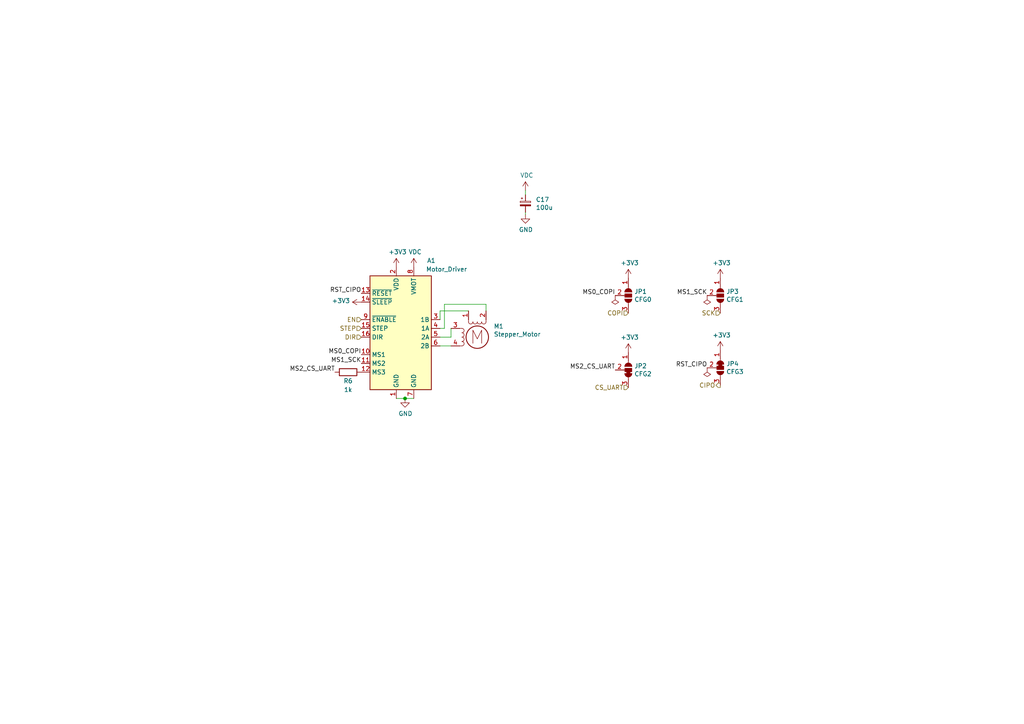
<source format=kicad_sch>
(kicad_sch (version 20211123) (generator eeschema)
  (paper "A4")
  (title_block (title "Motor") (date "2021-02-19") (rev "003"))
  (lib_symbols
    (symbol "Device:C_Polarized_Small" (pin_numbers hide) (pin_names (offset 0.254) hide)
      (property "Reference" "C" (at 0.254 1.778 0))
      (property "Value" "C_Polarized_Small" (at 0.254 -2.032 0))
      (symbol "C_Polarized_Small_0_1"
        (rectangle (start -1.524 -0.3048) (end 1.524 -0.6858) (fill (type outline)))
        (rectangle (start -1.524 0.6858) (end 1.524 0.3048))
        (polyline (pts (xy -1.27 1.524) (xy -0.762 1.524)))
        (polyline (pts (xy -1.016 1.27) (xy -1.016 1.778)))
      )
      (symbol "C_Polarized_Small_1_1"
        (pin passive line (at 0 2.54 270) (length 1.8542) (name "~") (number "1"))
        (pin passive line (at 0 -2.54 90) (length 1.8542) (name "~") (number "2"))
      )
    )
    (symbol "Device:R" (pin_numbers hide) (pin_names (offset 0))
      (property "Reference" "R" (at 2.032 0 90))
      (property "Value" "R" (at 0 0 90))
      (symbol "R_0_1"
        (rectangle (start -1.016 -2.54) (end 1.016 2.54) (stroke (width 0.254)))
      )
      (symbol "R_1_1"
        (pin passive line (at 0 3.81 270) (length 1.27) (name "~") (number "1"))
        (pin passive line (at 0 -3.81 90) (length 1.27) (name "~") (number "2"))
      )
    )
    (symbol "Driver_Motor:Pololu_Breakout_A4988"
      (property "Reference" "A" (at -2.54 19.05 0))
      (property "Value" "Pololu_Breakout_A4988" (at -2.54 16.51 0))
      (symbol "Pololu_Breakout_A4988_0_1"
        (rectangle (start 10.16 -17.78) (end -7.62 15.24) (stroke (width 0.254)) (fill (type background)))
      )
      (symbol "Pololu_Breakout_A4988_1_1"
        (pin power_in line (at 0 -20.32 90) (length 2.54) (name "GND") (number "1"))
        (pin input line (at -10.16 -7.62 0) (length 2.54) (name "MS1") (number "10"))
        (pin input line (at -10.16 -10.16 0) (length 2.54) (name "MS2") (number "11"))
        (pin input line (at -10.16 -12.7 0) (length 2.54) (name "MS3") (number "12"))
        (pin input line (at -10.16 10.16 0) (length 2.54) (name "~{RESET}") (number "13"))
        (pin input line (at -10.16 7.62 0) (length 2.54) (name "~{SLEEP}") (number "14"))
        (pin input line (at -10.16 0 0) (length 2.54) (name "STEP") (number "15"))
        (pin input line (at -10.16 -2.54 0) (length 2.54) (name "DIR") (number "16"))
        (pin power_in line (at 0 17.78 270) (length 2.54) (name "VDD") (number "2"))
        (pin output line (at 12.7 2.54 180) (length 2.54) (name "1B") (number "3"))
        (pin output line (at 12.7 0 180) (length 2.54) (name "1A") (number "4"))
        (pin output line (at 12.7 -2.54 180) (length 2.54) (name "2A") (number "5"))
        (pin output line (at 12.7 -5.08 180) (length 2.54) (name "2B") (number "6"))
        (pin power_in line (at 5.08 -20.32 90) (length 2.54) (name "GND") (number "7"))
        (pin power_in line (at 5.08 17.78 270) (length 2.54) (name "VMOT") (number "8"))
        (pin input line (at -10.16 2.54 0) (length 2.54) (name "~{ENABLE}") (number "9"))
      )
    )
    (symbol "Jumper:SolderJumper_3_Bridged12" (pin_names (offset 0) hide)
      (property "Reference" "JP" (at -2.54 -2.54 0))
      (property "Value" "SolderJumper_3_Bridged12" (at 0 2.794 0))
      (symbol "SolderJumper_3_Bridged12_0_1"
        (rectangle (start -1.016 0.508) (end -0.508 -0.508) (fill (type outline)))
        (arc (start -1.016 1.016) (mid -2.032 0) (end -1.016 -1.016))
        (arc (start -1.016 1.016) (mid -2.032 0) (end -1.016 -1.016) (fill (type outline)))
        (rectangle (start -0.508 1.016) (end 0.508 -1.016) (fill (type outline)))
        (polyline (pts (xy -2.54 0) (xy -2.032 0)))
        (polyline (pts (xy -1.016 1.016) (xy -1.016 -1.016)))
        (polyline (pts (xy 0 -1.27) (xy 0 -1.016)))
        (polyline (pts (xy 1.016 1.016) (xy 1.016 -1.016)))
        (polyline (pts (xy 2.54 0) (xy 2.032 0)))
        (arc (start 1.016 -1.016) (mid 2.032 0) (end 1.016 1.016))
        (arc (start 1.016 -1.016) (mid 2.032 0) (end 1.016 1.016) (fill (type outline)))
      )
      (symbol "SolderJumper_3_Bridged12_1_1"
        (pin passive line (at -5.08 0 0) (length 2.54) (name "A") (number "1"))
        (pin input line (at 0 -3.81 90) (length 2.54) (name "C") (number "2"))
        (pin passive line (at 5.08 0 180) (length 2.54) (name "B") (number "3"))
      )
    )
    (symbol "Jumper:SolderJumper_3_Open" (pin_names (offset 0) hide)
      (property "Reference" "JP" (at -2.54 -2.54 0))
      (property "Value" "SolderJumper_3_Open" (at 0 2.794 0))
      (symbol "SolderJumper_3_Open_0_1"
        (arc (start -1.016 1.016) (mid -2.032 0) (end -1.016 -1.016))
        (arc (start -1.016 1.016) (mid -2.032 0) (end -1.016 -1.016) (fill (type outline)))
        (rectangle (start -0.508 1.016) (end 0.508 -1.016) (fill (type outline)))
        (polyline (pts (xy -2.54 0) (xy -2.032 0)))
        (polyline (pts (xy -1.016 1.016) (xy -1.016 -1.016)))
        (polyline (pts (xy 0 -1.27) (xy 0 -1.016)))
        (polyline (pts (xy 1.016 1.016) (xy 1.016 -1.016)))
        (polyline (pts (xy 2.54 0) (xy 2.032 0)))
        (arc (start 1.016 -1.016) (mid 2.032 0) (end 1.016 1.016))
        (arc (start 1.016 -1.016) (mid 2.032 0) (end 1.016 1.016) (fill (type outline)))
      )
      (symbol "SolderJumper_3_Open_1_1"
        (pin passive line (at -5.08 0 0) (length 2.54) (name "A") (number "1"))
        (pin input line (at 0 -3.81 90) (length 2.54) (name "C") (number "2"))
        (pin passive line (at 5.08 0 180) (length 2.54) (name "B") (number "3"))
      )
    )
    (symbol "Motor:Stepper_Motor_bipolar" (pin_names (offset 0) hide)
      (property "Reference" "M" (at 3.81 2.54 0))
      (property "Value" "Stepper_Motor_bipolar" (at 3.81 1.27 0))
      (symbol "Stepper_Motor_bipolar_0_0"
        (polyline (pts (xy -1.27 -1.778) (xy -1.27 2.032) (xy 0 -0.508) (xy 1.27 2.032) (xy 1.27 -1.778)))
      )
      (symbol "Stepper_Motor_bipolar_0_1"
        (arc (start -4.445 -2.54) (mid -3.81 -1.905) (end -4.445 -1.27))
        (arc (start -4.445 -1.27) (mid -3.81 -0.635) (end -4.445 0))
        (arc (start -4.445 0) (mid -3.81 0.635) (end -4.445 1.27))
        (arc (start -4.445 1.27) (mid -3.81 1.905) (end -4.445 2.54))
        (arc (start -2.54 4.445) (mid -1.905 3.81) (end -1.27 4.445))
        (arc (start -1.27 4.445) (mid -0.635 3.81) (end 0 4.445))
        (polyline (pts (xy -5.08 -2.54) (xy -4.445 -2.54)))
        (polyline (pts (xy -5.08 2.54) (xy -4.445 2.54)))
        (polyline (pts (xy -2.54 5.08) (xy -2.54 4.445)))
        (polyline (pts (xy 2.54 5.08) (xy 2.54 4.445)))
        (circle (center 0 0) (radius 3.2512) (stroke (width 0.254)))
        (arc (start 0 4.445) (mid 0.635 3.81) (end 1.27 4.445))
        (arc (start 1.27 4.445) (mid 1.905 3.81) (end 2.54 4.445))
      )
      (symbol "Stepper_Motor_bipolar_1_1"
        (pin passive line (at -2.54 7.62 270) (length 2.54) (name "~") (number "1"))
        (pin passive line (at 2.54 7.62 270) (length 2.54) (name "-") (number "2"))
        (pin passive line (at -7.62 2.54 0) (length 2.54) (name "~") (number "3"))
        (pin passive line (at -7.62 -2.54 0) (length 2.54) (name "~") (number "4"))
      )
    )
    (symbol "index:SolderJumper_3_Bridged23" (pin_names (offset 0) hide)
      (property "Reference" "JP" (at -2.54 -2.54 0))
      (property "Value" "SolderJumper_3_Bridged23" (at 0 2.794 0))
      (symbol "SolderJumper_3_Bridged23_0_1"
        (rectangle (start -1.016 0.508) (end -0.508 -0.508) (fill (type outline)))
        (arc (start -1.016 1.016) (mid -2.032 0) (end -1.016 -1.016))
        (arc (start -1.016 1.016) (mid -2.032 0) (end -1.016 -1.016) (fill (type outline)))
        (rectangle (start -0.508 1.016) (end 0.508 -1.016) (fill (type outline)))
        (polyline (pts (xy -2.54 0) (xy -2.032 0)))
        (polyline (pts (xy -1.016 1.016) (xy -1.016 -1.016)))
        (polyline (pts (xy 0 -1.27) (xy 0 -1.016)))
        (polyline (pts (xy 1.016 1.016) (xy 1.016 -1.016)))
        (polyline (pts (xy 2.54 0) (xy 2.032 0)))
        (arc (start 1.016 -1.016) (mid 2.032 0) (end 1.016 1.016))
        (arc (start 1.016 -1.016) (mid 2.032 0) (end 1.016 1.016) (fill (type outline)))
      )
      (symbol "SolderJumper_3_Bridged23_1_1"
        (pin passive line (at 5.08 0 180) (length 2.54) (name "B") (number "1"))
        (pin input line (at 0 -3.81 90) (length 2.54) (name "C") (number "2"))
        (pin passive line (at -5.08 0 0) (length 2.54) (name "A") (number "3"))
      )
    )
    (symbol "power:+3.3V" (power) (pin_names (offset 0))
      (property "Value" "+3.3V" (at 0 3.556 0))
      (symbol "+3.3V_0_1"
        (polyline (pts (xy -0.762 1.27) (xy 0 2.54)))
        (polyline (pts (xy 0 0) (xy 0 2.54)))
        (polyline (pts (xy 0 2.54) (xy 0.762 1.27)))
      )
      (symbol "+3.3V_1_1"
        (pin power_in line (at 0 0 90) (length 0) hide (name "+3V3") (number "1"))
      )
    )
    (symbol "power:+3V3" (power) (pin_names (offset 0))
      (property "Value" "+3V3" (at 0 3.556 0))
      (symbol "+3V3_0_1"
        (polyline (pts (xy -0.762 1.27) (xy 0 2.54)))
        (polyline (pts (xy 0 0) (xy 0 2.54)))
        (polyline (pts (xy 0 2.54) (xy 0.762 1.27)))
      )
      (symbol "+3V3_1_1"
        (pin power_in line (at 0 0 90) (length 0) hide (name "+3V3") (number "1"))
      )
    )
    (symbol "power:GND" (power) (pin_names (offset 0))
      (property "Value" "GND" (at 0 -3.81 0))
      (symbol "GND_0_1"
        (polyline (pts (xy 0 0) (xy 0 -1.27) (xy 1.27 -1.27) (xy 0 -2.54) (xy -1.27 -1.27) (xy 0 -1.27)))
      )
      (symbol "GND_1_1"
        (pin power_in line (at 0 0 270) (length 0) hide (name "GND") (number "1"))
      )
    )
    (symbol "power:PWR_FLAG" (power) (pin_numbers hide) (pin_names (offset 0) hide)
      (property "Value" "PWR_FLAG" (at 0 3.81 0))
      (symbol "PWR_FLAG_0_0"
        (pin power_out line (at 0 0 90) (length 0) (name "pwr") (number "1"))
      )
      (symbol "PWR_FLAG_0_1"
        (polyline (pts (xy 0 0) (xy 0 1.27) (xy -1.016 1.905) (xy 0 2.54) (xy 1.016 1.905) (xy 0 1.27)))
      )
    )
    (symbol "power:VDC" (power) (pin_names (offset 0))
      (property "Value" "VDC" (at 0 6.35 0))
      (symbol "VDC_0_1"
        (polyline (pts (xy -0.762 1.27) (xy 0 2.54)))
        (polyline (pts (xy 0 0) (xy 0 2.54)))
        (polyline (pts (xy 0 2.54) (xy 0.762 1.27)))
      )
      (symbol "VDC_1_1"
        (pin power_in line (at 0 0 90) (length 0) hide (name "VDC") (number "1"))
      )
    )
  )
  (junction (at 117.475 115.57))
  (wire (pts (xy 135.89 90.17) (xy 127.635 90.17)))
  (wire (pts (xy 140.97 88.265) (xy 128.905 88.265)))
  (wire (pts (xy 130.81 97.79) (xy 127.635 97.79)))
  (wire (pts (xy 114.935 115.57) (xy 117.475 115.57)))
  (wire (pts (xy 117.475 115.57) (xy 120.015 115.57)))
  (wire (pts (xy 127.635 90.17) (xy 127.635 92.71)))
  (wire (pts (xy 152.4 55.245) (xy 152.4 56.515)))
  (wire (pts (xy 128.905 95.25) (xy 127.635 95.25)))
  (wire (pts (xy 130.81 100.33) (xy 127.635 100.33)))
  (wire (pts (xy 140.97 90.17) (xy 140.97 88.265)))
  (wire (pts (xy 130.81 95.25) (xy 130.81 97.79)))
  (wire (pts (xy 128.905 88.265) (xy 128.905 95.25)))
  (wire (pts (xy 152.4 61.595) (xy 152.4 62.23)))
  (label "RST_CIPO" (at 104.775 85.09 180))
  (label "RST_CIPO" (at 205.105 106.68 180))
  (label "MS1_SCK" (at 205.105 85.725 180))
  (label "MS0_COPI" (at 104.775 102.87 180))
  (label "MS2_CS_UART" (at 178.435 107.315 180))
  (label "MS2_CS_UART" (at 97.155 107.95 180))
  (label "MS0_COPI" (at 178.435 85.725 180))
  (label "MS1_SCK" (at 104.775 105.41 180))
  (hierarchical_label "CIPO" (shape output) (at 208.915 111.76 180))
  (hierarchical_label "STEP" (shape input) (at 104.775 95.25 180))
  (hierarchical_label "COPI" (shape input) (at 182.245 90.805 180))
  (hierarchical_label "CS_UART" (shape input) (at 182.245 112.395 180))
  (hierarchical_label "DIR" (shape input) (at 104.775 97.79 180))
  (hierarchical_label "SCK" (shape input) (at 208.915 90.805 180))
  (hierarchical_label "EN" (shape input) (at 104.775 92.71 180))
  (symbol (lib_id "Device:R") (at 100.965 107.95 270)
    (property "Reference" "R6" (at 100.965 110.49 90))
    (property "Value" "1k" (at 100.965 113.03 90))
    (property "Footprint" "Resistor_SMD:R_0805_2012Metric" (effects hide))
    (property "JLCPCB" "C17513" (effects hide))
    (property "LCSC" "C17513" (effects hide))
  )
  (symbol (lib_id "Driver_Motor:Pololu_Breakout_A4988") (at 114.935 95.25 0)
    (property "Reference" "A1" (at 125.095 75.565 0))
    (property "Value" "Motor_Driver" (at 129.54 78.105 0))
    (property "Footprint" "Module:Pololu_Breakout-16_15.2x20.3mm" (effects hide))
    (property "Datasheet" "https://www.pololu.com/product/2980/pictures" (effects hide))
  )
  (symbol (lib_id "power:GND") (at 117.475 115.57 0)
    (property "Reference" "#PWR055" (effects hide))
    (property "Value" "GND" (at 117.602 119.9642 0))
  )
  (symbol (lib_id "Motor:Stepper_Motor_bipolar") (at 138.43 97.79 0)
    (property "Reference" "M1" (at 143.2052 94.6404 0) (effects (justify left)))
    (property "Value" "Stepper_Motor" (at 143.2052 96.9518 0) (effects (justify left)))
    (property "Footprint" "Connector_JST:JST_XH_B4B-XH-A_1x04_P2.50mm_Vertical" (effects hide))
    (property "Datasheet" "http://www.infineon.com/dgdl/Application-Note-TLE8110EE_driving_UniPolarStepperMotor_V1.1.pdf?fileId=db3a30431be39b97011be5d0aa0a00b0" (effects hide))
    (property "LCSC" "C37815" (effects hide))
    (property "JLCPCB" "C37815" (effects hide))
    (property "Digikey" "455-2249-ND" (effects hide))
  )
  (symbol (lib_id "power:+3V3") (at 114.935 77.47 0)
    (property "Reference" "#PWR054" (effects hide))
    (property "Value" "+3V3" (at 115.316 73.0758 0))
  )
  (symbol (lib_id "power:+3.3V") (at 104.775 87.63 90)
    (property "Reference" "#PWR053" (effects hide))
    (property "Value" "+3.3V" (at 101.5238 87.249 90) (effects (justify left)))
  )
  (symbol (lib_id "power:+3.3V") (at 208.915 101.6 0)
    (property "Reference" "#PWR062" (effects hide))
    (property "Value" "+3.3V" (at 209.296 97.2058 0))
  )
  (symbol (lib_id "power:+3.3V") (at 182.245 80.645 0)
    (property "Reference" "#PWR059" (effects hide))
    (property "Value" "+3.3V" (at 182.626 76.2508 0))
  )
  (symbol (lib_id "power:+3.3V") (at 208.915 80.645 0)
    (property "Reference" "#PWR061" (effects hide))
    (property "Value" "+3.3V" (at 209.296 76.2508 0))
  )
  (symbol (lib_id "power:+3.3V") (at 182.245 102.235 0)
    (property "Reference" "#PWR060" (effects hide))
    (property "Value" "+3.3V" (at 182.626 97.8408 0))
  )
  (symbol (lib_id "power:VDC") (at 120.015 77.47 0)
    (property "Reference" "#PWR056" (effects hide))
    (property "Value" "VDC" (at 120.396 73.0758 0))
  )
  (symbol (lib_id "power:PWR_FLAG") (at 205.105 106.68 180)
    (property "Reference" "#FLG015" (effects hide))
    (property "Value" "PWR_FLAG" (effects hide))
  )
  (symbol (lib_id "power:PWR_FLAG") (at 205.105 85.725 180)
    (property "Reference" "#FLG014" (effects hide))
    (property "Value" "PWR_FLAG" (effects hide))
  )
  (symbol (lib_id "power:PWR_FLAG") (at 178.435 85.725 180)
    (property "Reference" "#FLG013" (effects hide))
    (property "Value" "PWR_FLAG" (effects hide))
  )
  (symbol (lib_id "Device:C_Polarized_Small") (at 152.4 59.055 0)
    (property "Reference" "C17" (at 155.3972 57.8866 0) (effects (justify left)))
    (property "Value" "100u" (at 155.3972 60.198 0) (effects (justify left)))
    (property "Footprint" "Capacitor_SMD:CP_Elec_6.3x7.7" (effects hide))
    (property "Digikey" "493-2203-1-ND" (effects hide))
    (property "JLCPCB" "C99837" (effects hide))
    (property "LCSC" "C3339" (effects hide))
    (property "Mouser" "647-UWT1V101MCL1S" (effects hide))
  )
  (symbol (lib_id "power:VDC") (at 152.4 55.245 0)
    (property "Reference" "#PWR057" (effects hide))
    (property "Value" "VDC" (at 152.781 50.8508 0))
  )
  (symbol (lib_id "power:GND") (at 152.4 62.23 0)
    (property "Reference" "#PWR058" (effects hide))
    (property "Value" "GND" (at 152.527 66.6242 0))
  )
  (symbol (lib_id "Jumper:SolderJumper_3_Open") (at 182.245 85.725 270)
    (property "Reference" "JP1" (at 183.9722 84.5566 90) (effects (justify left)))
    (property "Value" "CFG0" (at 183.9722 86.868 90) (effects (justify left)))
    (property "Footprint" "Jumper:SolderJumper-3_P1.3mm_Open_RoundedPad1.0x1.5mm" (effects hide))
  )
  (symbol (lib_id "Jumper:SolderJumper_3_Bridged12") (at 208.915 106.68 270)
    (property "Reference" "JP4" (at 210.6422 105.5116 90) (effects (justify left)))
    (property "Value" "CFG3" (at 210.6422 107.823 90) (effects (justify left)))
    (property "Footprint" "Jumper:SolderJumper-3_P1.3mm_Bridged12_RoundedPad1.0x1.5mm" (effects hide))
  )
  (symbol (lib_id "Jumper:SolderJumper_3_Open") (at 208.915 85.725 270)
    (property "Reference" "JP3" (at 210.6422 84.5566 90) (effects (justify left)))
    (property "Value" "CFG1" (at 210.6422 86.868 90) (effects (justify left)))
    (property "Footprint" "Jumper:SolderJumper-3_P1.3mm_Open_RoundedPad1.0x1.5mm" (effects hide))
  )
  (symbol (lib_id "index:SolderJumper_3_Bridged23") (at 182.245 107.315 270) (mirror x)
    (property "Reference" "JP2" (at 183.9722 106.1466 90) (effects (justify left)))
    (property "Value" "CFG2" (at 183.9722 108.458 90) (effects (justify left)))
    (property "Footprint" "index:SolderJumper-3_P1.3mm_Bridged23_RoundedPad1.0x1.5mm" (effects hide))
  )
)
</source>
